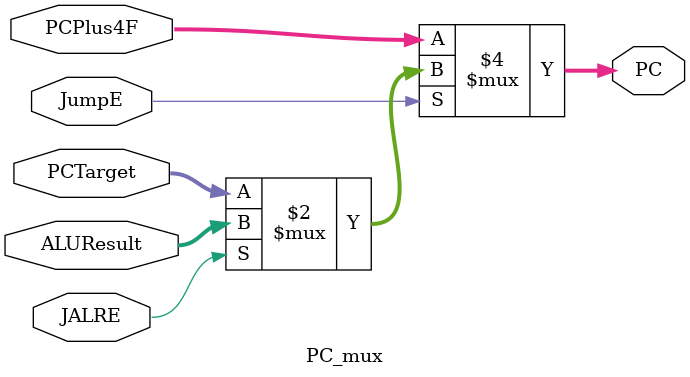
<source format=sv>
module PC_mux #(
    parameter WIDTH = 32
)(
    input logic JumpE,
    input JALRE,
    input logic [WIDTH-1:0] PCPlus4F,   // input as [PCF + 4]
    input logic [WIDTH-1:0] ALUResult, //for JALR instruction
    input logic [WIDTH-1:0] PCTarget, // input in top module as [PCE + ImmOp]

    output logic [WIDTH-1:0] PC
);

always_comb begin
    // by default increment PC by 4
    PC = PCPlus4F;
    if(JumpE)
        PC = (JALRE) ? ALUResult : PCTarget;  // JALR or unconditional jump (jal)
end

endmodule

</source>
